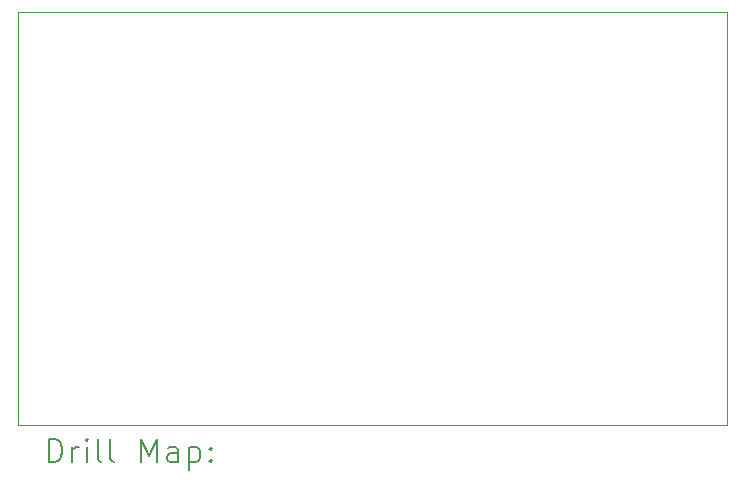
<source format=gbr>
%TF.GenerationSoftware,KiCad,Pcbnew,9.0.6-9.0.6~ubuntu24.04.1*%
%TF.CreationDate,2025-11-30T17:38:24+01:00*%
%TF.ProjectId,phone_mic_jst,70686f6e-655f-46d6-9963-5f6a73742e6b,rev?*%
%TF.SameCoordinates,Original*%
%TF.FileFunction,Drillmap*%
%TF.FilePolarity,Positive*%
%FSLAX45Y45*%
G04 Gerber Fmt 4.5, Leading zero omitted, Abs format (unit mm)*
G04 Created by KiCad (PCBNEW 9.0.6-9.0.6~ubuntu24.04.1) date 2025-11-30 17:38:24*
%MOMM*%
%LPD*%
G01*
G04 APERTURE LIST*
%ADD10C,0.050000*%
%ADD11C,0.200000*%
G04 APERTURE END LIST*
D10*
X7585000Y-5605000D02*
X13585000Y-5605000D01*
X13585000Y-9105000D01*
X7585000Y-9105000D01*
X7585000Y-5605000D01*
D11*
X7843277Y-9418984D02*
X7843277Y-9218984D01*
X7843277Y-9218984D02*
X7890896Y-9218984D01*
X7890896Y-9218984D02*
X7919467Y-9228508D01*
X7919467Y-9228508D02*
X7938515Y-9247555D01*
X7938515Y-9247555D02*
X7948039Y-9266603D01*
X7948039Y-9266603D02*
X7957562Y-9304698D01*
X7957562Y-9304698D02*
X7957562Y-9333270D01*
X7957562Y-9333270D02*
X7948039Y-9371365D01*
X7948039Y-9371365D02*
X7938515Y-9390412D01*
X7938515Y-9390412D02*
X7919467Y-9409460D01*
X7919467Y-9409460D02*
X7890896Y-9418984D01*
X7890896Y-9418984D02*
X7843277Y-9418984D01*
X8043277Y-9418984D02*
X8043277Y-9285650D01*
X8043277Y-9323746D02*
X8052801Y-9304698D01*
X8052801Y-9304698D02*
X8062324Y-9295174D01*
X8062324Y-9295174D02*
X8081372Y-9285650D01*
X8081372Y-9285650D02*
X8100420Y-9285650D01*
X8167086Y-9418984D02*
X8167086Y-9285650D01*
X8167086Y-9218984D02*
X8157562Y-9228508D01*
X8157562Y-9228508D02*
X8167086Y-9238031D01*
X8167086Y-9238031D02*
X8176610Y-9228508D01*
X8176610Y-9228508D02*
X8167086Y-9218984D01*
X8167086Y-9218984D02*
X8167086Y-9238031D01*
X8290896Y-9418984D02*
X8271848Y-9409460D01*
X8271848Y-9409460D02*
X8262324Y-9390412D01*
X8262324Y-9390412D02*
X8262324Y-9218984D01*
X8395658Y-9418984D02*
X8376610Y-9409460D01*
X8376610Y-9409460D02*
X8367086Y-9390412D01*
X8367086Y-9390412D02*
X8367086Y-9218984D01*
X8624229Y-9418984D02*
X8624229Y-9218984D01*
X8624229Y-9218984D02*
X8690896Y-9361841D01*
X8690896Y-9361841D02*
X8757563Y-9218984D01*
X8757563Y-9218984D02*
X8757563Y-9418984D01*
X8938515Y-9418984D02*
X8938515Y-9314222D01*
X8938515Y-9314222D02*
X8928991Y-9295174D01*
X8928991Y-9295174D02*
X8909944Y-9285650D01*
X8909944Y-9285650D02*
X8871848Y-9285650D01*
X8871848Y-9285650D02*
X8852801Y-9295174D01*
X8938515Y-9409460D02*
X8919467Y-9418984D01*
X8919467Y-9418984D02*
X8871848Y-9418984D01*
X8871848Y-9418984D02*
X8852801Y-9409460D01*
X8852801Y-9409460D02*
X8843277Y-9390412D01*
X8843277Y-9390412D02*
X8843277Y-9371365D01*
X8843277Y-9371365D02*
X8852801Y-9352317D01*
X8852801Y-9352317D02*
X8871848Y-9342793D01*
X8871848Y-9342793D02*
X8919467Y-9342793D01*
X8919467Y-9342793D02*
X8938515Y-9333270D01*
X9033753Y-9285650D02*
X9033753Y-9485650D01*
X9033753Y-9295174D02*
X9052801Y-9285650D01*
X9052801Y-9285650D02*
X9090896Y-9285650D01*
X9090896Y-9285650D02*
X9109944Y-9295174D01*
X9109944Y-9295174D02*
X9119467Y-9304698D01*
X9119467Y-9304698D02*
X9128991Y-9323746D01*
X9128991Y-9323746D02*
X9128991Y-9380889D01*
X9128991Y-9380889D02*
X9119467Y-9399936D01*
X9119467Y-9399936D02*
X9109944Y-9409460D01*
X9109944Y-9409460D02*
X9090896Y-9418984D01*
X9090896Y-9418984D02*
X9052801Y-9418984D01*
X9052801Y-9418984D02*
X9033753Y-9409460D01*
X9214705Y-9399936D02*
X9224229Y-9409460D01*
X9224229Y-9409460D02*
X9214705Y-9418984D01*
X9214705Y-9418984D02*
X9205182Y-9409460D01*
X9205182Y-9409460D02*
X9214705Y-9399936D01*
X9214705Y-9399936D02*
X9214705Y-9418984D01*
X9214705Y-9295174D02*
X9224229Y-9304698D01*
X9224229Y-9304698D02*
X9214705Y-9314222D01*
X9214705Y-9314222D02*
X9205182Y-9304698D01*
X9205182Y-9304698D02*
X9214705Y-9295174D01*
X9214705Y-9295174D02*
X9214705Y-9314222D01*
M02*

</source>
